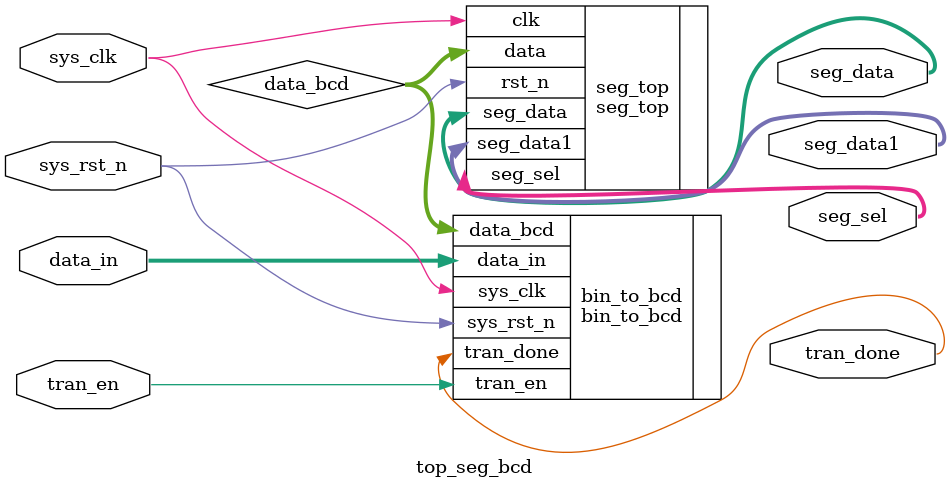
<source format=v>
module top_seg_bcd(
    input               sys_clk,
    input               sys_rst_n,
    input               tran_en,//¿ÉÒÔÊ¼ÖÕÎª1
    input       [23:0]  data_in,//ÊäÈëµÄ¶þ½øÖÆÊý
    
        
        
    output              tran_done, //bin×ªbcd Íê³É±êÖ¾ ¿ÉÒÔ¿Õ½Ó
    output      [7:0]   seg_sel,
    output      [7:0]   seg_data,
	output      [7:0]   seg_data1
	    );
	    
wire   [31:0]  data_bcd;
bin_to_bcd      bin_to_bcd(    
.sys_clk           (sys_clk),
.sys_rst_n         (sys_rst_n),
.tran_en           (tran_en),
.data_in           (data_in), 


.tran_done         (tran_done), 
.data_bcd          (data_bcd)
);
seg_top      seg_top(
 .clk              (sys_clk),
 .rst_n            (sys_rst_n),
 .data             (data_bcd),
 .seg_sel          (seg_sel),
 .seg_data         (seg_data),
 .seg_data1        (seg_data1)
);

	    
	   
endmodule

</source>
